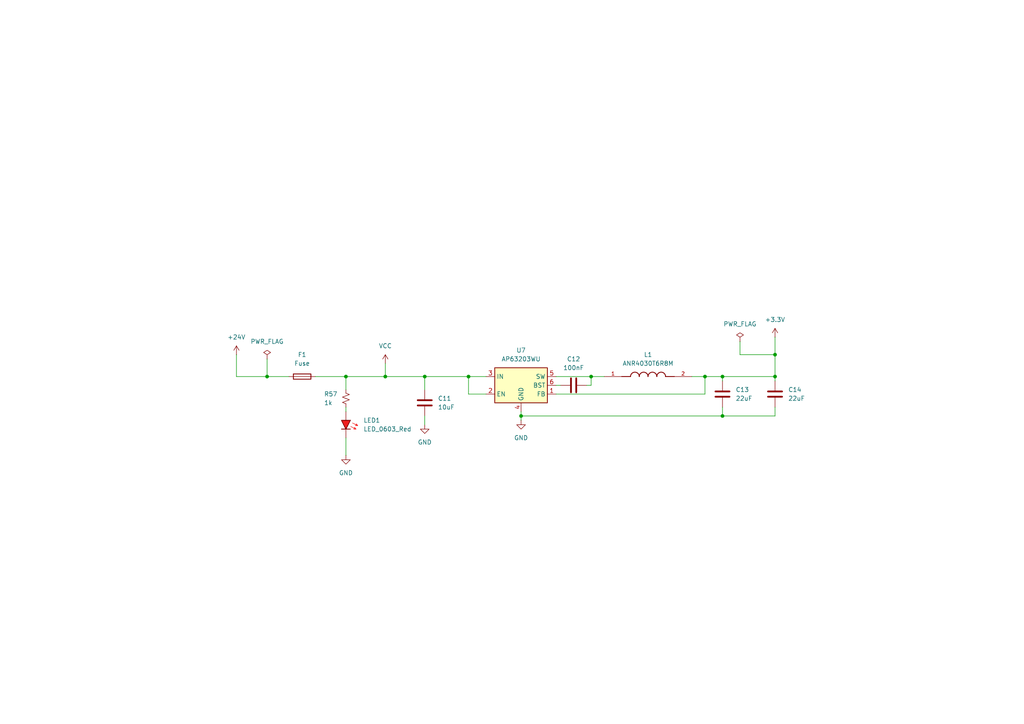
<source format=kicad_sch>
(kicad_sch
	(version 20250114)
	(generator "eeschema")
	(generator_version "9.0")
	(uuid "dd1d3460-8548-495b-9f16-98ec10e59d49")
	(paper "A4")
	(lib_symbols
		(symbol "Device:Fuse"
			(pin_numbers
				(hide yes)
			)
			(pin_names
				(offset 0)
			)
			(exclude_from_sim no)
			(in_bom yes)
			(on_board yes)
			(property "Reference" "F"
				(at 2.032 0 90)
				(effects
					(font
						(size 1.27 1.27)
					)
				)
			)
			(property "Value" "Fuse"
				(at -1.905 0 90)
				(effects
					(font
						(size 1.27 1.27)
					)
				)
			)
			(property "Footprint" ""
				(at -1.778 0 90)
				(effects
					(font
						(size 1.27 1.27)
					)
					(hide yes)
				)
			)
			(property "Datasheet" "~"
				(at 0 0 0)
				(effects
					(font
						(size 1.27 1.27)
					)
					(hide yes)
				)
			)
			(property "Description" "Fuse"
				(at 0 0 0)
				(effects
					(font
						(size 1.27 1.27)
					)
					(hide yes)
				)
			)
			(property "ki_keywords" "fuse"
				(at 0 0 0)
				(effects
					(font
						(size 1.27 1.27)
					)
					(hide yes)
				)
			)
			(property "ki_fp_filters" "*Fuse*"
				(at 0 0 0)
				(effects
					(font
						(size 1.27 1.27)
					)
					(hide yes)
				)
			)
			(symbol "Fuse_0_1"
				(rectangle
					(start -0.762 -2.54)
					(end 0.762 2.54)
					(stroke
						(width 0.254)
						(type default)
					)
					(fill
						(type none)
					)
				)
				(polyline
					(pts
						(xy 0 2.54) (xy 0 -2.54)
					)
					(stroke
						(width 0)
						(type default)
					)
					(fill
						(type none)
					)
				)
			)
			(symbol "Fuse_1_1"
				(pin passive line
					(at 0 3.81 270)
					(length 1.27)
					(name "~"
						(effects
							(font
								(size 1.27 1.27)
							)
						)
					)
					(number "1"
						(effects
							(font
								(size 1.27 1.27)
							)
						)
					)
				)
				(pin passive line
					(at 0 -3.81 90)
					(length 1.27)
					(name "~"
						(effects
							(font
								(size 1.27 1.27)
							)
						)
					)
					(number "2"
						(effects
							(font
								(size 1.27 1.27)
							)
						)
					)
				)
			)
			(embedded_fonts no)
		)
		(symbol "NR6028T4R7M:NR6028T4R7M"
			(pin_names
				(offset 1.016)
			)
			(exclude_from_sim no)
			(in_bom yes)
			(on_board yes)
			(property "Reference" "L"
				(at -5.08 2.54 0)
				(effects
					(font
						(size 1.27 1.27)
					)
					(justify left bottom)
				)
			)
			(property "Value" "NR6028T4R7M"
				(at -5.08 -2.54 0)
				(effects
					(font
						(size 1.27 1.27)
					)
					(justify left bottom)
				)
			)
			(property "Footprint" "NR6028T4R7M:IND_NR6028T4R7M"
				(at 0 0 0)
				(effects
					(font
						(size 1.27 1.27)
					)
					(justify bottom)
					(hide yes)
				)
			)
			(property "Datasheet" ""
				(at 0 0 0)
				(effects
					(font
						(size 1.27 1.27)
					)
					(hide yes)
				)
			)
			(property "Description" ""
				(at 0 0 0)
				(effects
					(font
						(size 1.27 1.27)
					)
					(hide yes)
				)
			)
			(property "MF" "Taiyo Yuden"
				(at 0 0 0)
				(effects
					(font
						(size 1.27 1.27)
					)
					(justify bottom)
					(hide yes)
				)
			)
			(property "Description_1" "4.7 µH Semi-Shielded Drum Core, Wirewound Inductor 3 A 40.3mOhm Max Nonstandard"
				(at 0 0 0)
				(effects
					(font
						(size 1.27 1.27)
					)
					(justify bottom)
					(hide yes)
				)
			)
			(property "Package" "Nonstandard Taiyo Yuden"
				(at 0 0 0)
				(effects
					(font
						(size 1.27 1.27)
					)
					(justify bottom)
					(hide yes)
				)
			)
			(property "Price" "None"
				(at 0 0 0)
				(effects
					(font
						(size 1.27 1.27)
					)
					(justify bottom)
					(hide yes)
				)
			)
			(property "Check_prices" "https://www.snapeda.com/parts/NR6028T4R7M/Taiyo+Yuden/view-part/?ref=eda"
				(at 0 0 0)
				(effects
					(font
						(size 1.27 1.27)
					)
					(justify bottom)
					(hide yes)
				)
			)
			(property "STANDARD" "Manufacturer Recommendation"
				(at 0 0 0)
				(effects
					(font
						(size 1.27 1.27)
					)
					(justify bottom)
					(hide yes)
				)
			)
			(property "SnapEDA_Link" "https://www.snapeda.com/parts/NR6028T4R7M/Taiyo+Yuden/view-part/?ref=snap"
				(at 0 0 0)
				(effects
					(font
						(size 1.27 1.27)
					)
					(justify bottom)
					(hide yes)
				)
			)
			(property "MP" "NR6028T4R7M"
				(at 0 0 0)
				(effects
					(font
						(size 1.27 1.27)
					)
					(justify bottom)
					(hide yes)
				)
			)
			(property "Availability" "In Stock"
				(at 0 0 0)
				(effects
					(font
						(size 1.27 1.27)
					)
					(justify bottom)
					(hide yes)
				)
			)
			(property "MANUFACTURER" "Taiyo Yuden"
				(at 0 0 0)
				(effects
					(font
						(size 1.27 1.27)
					)
					(justify bottom)
					(hide yes)
				)
			)
			(symbol "NR6028T4R7M_0_0"
				(polyline
					(pts
						(xy -5.08 0) (xy -7.62 0)
					)
					(stroke
						(width 0.254)
						(type default)
					)
					(fill
						(type none)
					)
				)
				(arc
					(start -5.08 0)
					(mid -3.81 1.2645)
					(end -2.54 0)
					(stroke
						(width 0.254)
						(type default)
					)
					(fill
						(type none)
					)
				)
				(arc
					(start -2.54 0)
					(mid -1.27 1.2645)
					(end 0 0)
					(stroke
						(width 0.254)
						(type default)
					)
					(fill
						(type none)
					)
				)
				(arc
					(start 0 0)
					(mid 1.27 1.2645)
					(end 2.54 0)
					(stroke
						(width 0.254)
						(type default)
					)
					(fill
						(type none)
					)
				)
				(arc
					(start 2.54 0)
					(mid 3.81 1.2645)
					(end 5.08 0)
					(stroke
						(width 0.254)
						(type default)
					)
					(fill
						(type none)
					)
				)
				(polyline
					(pts
						(xy 5.08 0) (xy 7.62 0)
					)
					(stroke
						(width 0.254)
						(type default)
					)
					(fill
						(type none)
					)
				)
				(pin passive line
					(at -12.7 0 0)
					(length 5.08)
					(name "~"
						(effects
							(font
								(size 1.016 1.016)
							)
						)
					)
					(number "1"
						(effects
							(font
								(size 1.016 1.016)
							)
						)
					)
				)
				(pin passive line
					(at 12.7 0 180)
					(length 5.08)
					(name "~"
						(effects
							(font
								(size 1.016 1.016)
							)
						)
					)
					(number "2"
						(effects
							(font
								(size 1.016 1.016)
							)
						)
					)
				)
			)
			(embedded_fonts no)
		)
		(symbol "PCM_4ms_Power-symbol:PWR_FLAG"
			(power)
			(pin_numbers
				(hide yes)
			)
			(pin_names
				(offset 0)
				(hide yes)
			)
			(exclude_from_sim no)
			(in_bom yes)
			(on_board yes)
			(property "Reference" "#FLG"
				(at 0 1.905 0)
				(effects
					(font
						(size 1.27 1.27)
					)
					(hide yes)
				)
			)
			(property "Value" "PWR_FLAG"
				(at 0 3.81 0)
				(effects
					(font
						(size 1.27 1.27)
					)
				)
			)
			(property "Footprint" ""
				(at 0 0 0)
				(effects
					(font
						(size 1.27 1.27)
					)
					(hide yes)
				)
			)
			(property "Datasheet" ""
				(at 0 0 0)
				(effects
					(font
						(size 1.27 1.27)
					)
					(hide yes)
				)
			)
			(property "Description" ""
				(at 0 0 0)
				(effects
					(font
						(size 1.27 1.27)
					)
					(hide yes)
				)
			)
			(symbol "PWR_FLAG_0_0"
				(pin power_out line
					(at 0 0 90)
					(length 0)
					(name "pwr"
						(effects
							(font
								(size 1.27 1.27)
							)
						)
					)
					(number "1"
						(effects
							(font
								(size 1.27 1.27)
							)
						)
					)
				)
			)
			(symbol "PWR_FLAG_0_1"
				(polyline
					(pts
						(xy 0 0) (xy 0 1.27) (xy -1.016 1.905) (xy 0 2.54) (xy 1.016 1.905) (xy 0 1.27)
					)
					(stroke
						(width 0)
						(type default)
					)
					(fill
						(type none)
					)
				)
			)
			(embedded_fonts no)
		)
		(symbol "PCM_Capacitor_AKL:C_0603"
			(pin_numbers
				(hide yes)
			)
			(pin_names
				(offset 0.254)
			)
			(exclude_from_sim no)
			(in_bom yes)
			(on_board yes)
			(property "Reference" "C"
				(at 0.635 2.54 0)
				(effects
					(font
						(size 1.27 1.27)
					)
					(justify left)
				)
			)
			(property "Value" "C_0603"
				(at 0.635 -2.54 0)
				(effects
					(font
						(size 1.27 1.27)
					)
					(justify left)
				)
			)
			(property "Footprint" "PCM_Capacitor_SMD_AKL:C_0603_1608Metric"
				(at 0.9652 -3.81 0)
				(effects
					(font
						(size 1.27 1.27)
					)
					(hide yes)
				)
			)
			(property "Datasheet" "~"
				(at 0 0 0)
				(effects
					(font
						(size 1.27 1.27)
					)
					(hide yes)
				)
			)
			(property "Description" "SMD 0603 MLCC capacitor, Alternate KiCad Library"
				(at 0 0 0)
				(effects
					(font
						(size 1.27 1.27)
					)
					(hide yes)
				)
			)
			(property "ki_keywords" "cap capacitor ceramic chip mlcc smd 0603"
				(at 0 0 0)
				(effects
					(font
						(size 1.27 1.27)
					)
					(hide yes)
				)
			)
			(property "ki_fp_filters" "C_*"
				(at 0 0 0)
				(effects
					(font
						(size 1.27 1.27)
					)
					(hide yes)
				)
			)
			(symbol "C_0603_0_1"
				(polyline
					(pts
						(xy -2.032 0.762) (xy 2.032 0.762)
					)
					(stroke
						(width 0.508)
						(type default)
					)
					(fill
						(type none)
					)
				)
				(polyline
					(pts
						(xy -2.032 -0.762) (xy 2.032 -0.762)
					)
					(stroke
						(width 0.508)
						(type default)
					)
					(fill
						(type none)
					)
				)
			)
			(symbol "C_0603_0_2"
				(polyline
					(pts
						(xy -2.54 -2.54) (xy -0.381 -0.381)
					)
					(stroke
						(width 0)
						(type default)
					)
					(fill
						(type none)
					)
				)
				(polyline
					(pts
						(xy -0.508 -0.508) (xy -1.651 0.635)
					)
					(stroke
						(width 0.508)
						(type default)
					)
					(fill
						(type none)
					)
				)
				(polyline
					(pts
						(xy -0.508 -0.508) (xy 0.635 -1.651)
					)
					(stroke
						(width 0.508)
						(type default)
					)
					(fill
						(type none)
					)
				)
				(polyline
					(pts
						(xy 0.381 0.381) (xy 2.54 2.54)
					)
					(stroke
						(width 0)
						(type default)
					)
					(fill
						(type none)
					)
				)
				(polyline
					(pts
						(xy 0.508 0.508) (xy -0.635 1.651)
					)
					(stroke
						(width 0.508)
						(type default)
					)
					(fill
						(type none)
					)
				)
				(polyline
					(pts
						(xy 0.508 0.508) (xy 1.651 -0.635)
					)
					(stroke
						(width 0.508)
						(type default)
					)
					(fill
						(type none)
					)
				)
			)
			(symbol "C_0603_1_1"
				(pin passive line
					(at 0 3.81 270)
					(length 2.794)
					(name "~"
						(effects
							(font
								(size 1.27 1.27)
							)
						)
					)
					(number "1"
						(effects
							(font
								(size 1.27 1.27)
							)
						)
					)
				)
				(pin passive line
					(at 0 -3.81 90)
					(length 2.794)
					(name "~"
						(effects
							(font
								(size 1.27 1.27)
							)
						)
					)
					(number "2"
						(effects
							(font
								(size 1.27 1.27)
							)
						)
					)
				)
			)
			(symbol "C_0603_1_2"
				(pin passive line
					(at -2.54 -2.54 90)
					(length 0)
					(name "~"
						(effects
							(font
								(size 1.27 1.27)
							)
						)
					)
					(number "2"
						(effects
							(font
								(size 1.27 1.27)
							)
						)
					)
				)
				(pin passive line
					(at 2.54 2.54 270)
					(length 0)
					(name "~"
						(effects
							(font
								(size 1.27 1.27)
							)
						)
					)
					(number "1"
						(effects
							(font
								(size 1.27 1.27)
							)
						)
					)
				)
			)
			(embedded_fonts no)
		)
		(symbol "PCM_LED_AKL:LED_0603_Red"
			(pin_numbers
				(hide yes)
			)
			(pin_names
				(offset 1.016)
				(hide yes)
			)
			(exclude_from_sim no)
			(in_bom yes)
			(on_board yes)
			(property "Reference" "LED"
				(at 0 7.62 0)
				(effects
					(font
						(size 1.27 1.27)
					)
				)
			)
			(property "Value" "LED_0603_Red"
				(at 0 5.08 0)
				(effects
					(font
						(size 1.27 1.27)
					)
				)
			)
			(property "Footprint" "PCM_LED_SMD_AKL:LED_0603_1608Metric"
				(at 0 0 0)
				(effects
					(font
						(size 1.27 1.27)
					)
					(hide yes)
				)
			)
			(property "Datasheet" "~"
				(at 0 0 0)
				(effects
					(font
						(size 1.27 1.27)
					)
					(hide yes)
				)
			)
			(property "Description" "Red SMD LED, 0603, Alternate KiCad Library"
				(at 0 0 0)
				(effects
					(font
						(size 1.27 1.27)
					)
					(hide yes)
				)
			)
			(property "ki_keywords" "red LED diode generic smd 0603"
				(at 0 0 0)
				(effects
					(font
						(size 1.27 1.27)
					)
					(hide yes)
				)
			)
			(property "ki_fp_filters" "LED* LED_SMD:* LED_THT:*"
				(at 0 0 0)
				(effects
					(font
						(size 1.27 1.27)
					)
					(hide yes)
				)
			)
			(symbol "LED_0603_Red_0_1"
				(polyline
					(pts
						(xy -1.27 1.27) (xy -1.27 -1.27) (xy 1.27 0) (xy -1.27 1.27)
					)
					(stroke
						(width 0.254)
						(type default)
					)
					(fill
						(type color)
						(color 240 30 30 1)
					)
				)
				(polyline
					(pts
						(xy -0.508 1.905) (xy 0.254 3.429)
					)
					(stroke
						(width 0.1524)
						(type default)
						(color 240 30 30 1)
					)
					(fill
						(type none)
					)
				)
				(polyline
					(pts
						(xy 0.254 2.794) (xy -0.254 3.048) (xy 0.254 3.429) (xy 0.254 2.794)
					)
					(stroke
						(width 0)
						(type solid)
						(color 240 30 30 1)
					)
					(fill
						(type outline)
					)
				)
				(polyline
					(pts
						(xy 0.508 1.397) (xy 1.27 2.921)
					)
					(stroke
						(width 0.1524)
						(type default)
						(color 240 30 30 1)
					)
					(fill
						(type none)
					)
				)
				(polyline
					(pts
						(xy 1.27 2.286) (xy 0.762 2.54) (xy 1.27 2.921) (xy 1.27 2.286)
					)
					(stroke
						(width 0.1524)
						(type default)
						(color 240 30 30 1)
					)
					(fill
						(type outline)
					)
				)
				(polyline
					(pts
						(xy 1.27 1.27) (xy 1.27 -1.27)
					)
					(stroke
						(width 0.254)
						(type default)
					)
					(fill
						(type none)
					)
				)
			)
			(symbol "LED_0603_Red_0_2"
				(polyline
					(pts
						(xy -2.54 -2.54) (xy -0.889 -0.889)
					)
					(stroke
						(width 0)
						(type default)
					)
					(fill
						(type none)
					)
				)
				(polyline
					(pts
						(xy -1.651 0.889) (xy -2.159 2.413)
					)
					(stroke
						(width 0)
						(type default)
						(color 240 30 30 1)
					)
					(fill
						(type none)
					)
				)
				(polyline
					(pts
						(xy -0.889 -0.889) (xy -1.778 0) (xy 0.889 0.889) (xy 0 -1.778) (xy -0.889 -0.889)
					)
					(stroke
						(width 0.254)
						(type default)
					)
					(fill
						(type color)
						(color 240 30 30 1)
					)
				)
				(polyline
					(pts
						(xy -0.508 1.27) (xy -1.016 2.794)
					)
					(stroke
						(width 0)
						(type default)
						(color 240 30 30 1)
					)
					(fill
						(type none)
					)
				)
				(polyline
					(pts
						(xy 0 1.778) (xy 1.778 0)
					)
					(stroke
						(width 0.254)
						(type default)
					)
					(fill
						(type none)
					)
				)
				(polyline
					(pts
						(xy 0.889 0.889) (xy 2.54 2.54)
					)
					(stroke
						(width 0)
						(type default)
					)
					(fill
						(type none)
					)
				)
			)
			(symbol "LED_0603_Red_1_1"
				(pin passive line
					(at -3.81 0 0)
					(length 2.54)
					(name "A"
						(effects
							(font
								(size 1.27 1.27)
							)
						)
					)
					(number "2"
						(effects
							(font
								(size 1.27 1.27)
							)
						)
					)
				)
				(pin passive line
					(at 3.81 0 180)
					(length 2.54)
					(name "K"
						(effects
							(font
								(size 1.27 1.27)
							)
						)
					)
					(number "1"
						(effects
							(font
								(size 1.27 1.27)
							)
						)
					)
				)
			)
			(symbol "LED_0603_Red_1_2"
				(polyline
					(pts
						(xy -2.159 2.413) (xy -2.286 1.778) (xy -1.6764 1.9812) (xy -2.159 2.413)
					)
					(stroke
						(width 0)
						(type default)
						(color 240 30 30 1)
					)
					(fill
						(type outline)
					)
				)
				(polyline
					(pts
						(xy -1.016 2.794) (xy -1.143 2.159) (xy -0.5334 2.3622) (xy -1.016 2.794)
					)
					(stroke
						(width 0)
						(type default)
						(color 240 30 30 1)
					)
					(fill
						(type outline)
					)
				)
				(pin passive line
					(at -2.54 -2.54 0)
					(length 0)
					(name "A"
						(effects
							(font
								(size 1.27 1.27)
							)
						)
					)
					(number "2"
						(effects
							(font
								(size 1.27 1.27)
							)
						)
					)
				)
				(pin passive line
					(at 2.54 2.54 180)
					(length 0)
					(name "K"
						(effects
							(font
								(size 1.27 1.27)
							)
						)
					)
					(number "1"
						(effects
							(font
								(size 1.27 1.27)
							)
						)
					)
				)
			)
			(embedded_fonts no)
		)
		(symbol "PCM_SparkFun-Resistor:4.7k_0603"
			(pin_numbers
				(hide yes)
			)
			(pin_names
				(offset 0)
			)
			(exclude_from_sim no)
			(in_bom yes)
			(on_board yes)
			(property "Reference" "R"
				(at 0 -2.54 0)
				(effects
					(font
						(size 1.27 1.27)
					)
				)
			)
			(property "Value" "4.7k"
				(at 0 2.54 0)
				(effects
					(font
						(size 1.27 1.27)
					)
				)
			)
			(property "Footprint" "PCM_SparkFun-Resistor:R_0603_1608Metric"
				(at 0 -4.318 0)
				(effects
					(font
						(size 1.27 1.27)
					)
					(hide yes)
				)
			)
			(property "Datasheet" "https://www.vishay.com/docs/20035/dcrcwe3.pdf"
				(at 0 -8.89 0)
				(effects
					(font
						(size 1.27 1.27)
					)
					(hide yes)
				)
			)
			(property "Description" "Resistor"
				(at 0 -11.43 0)
				(effects
					(font
						(size 1.27 1.27)
					)
					(hide yes)
				)
			)
			(property "PROD_ID" "RES-07857"
				(at 0 -6.604 0)
				(effects
					(font
						(size 1.27 1.27)
					)
					(hide yes)
				)
			)
			(property "ki_keywords" "SparkFun R res resistor"
				(at 0 0 0)
				(effects
					(font
						(size 1.27 1.27)
					)
					(hide yes)
				)
			)
			(property "ki_fp_filters" "R_*"
				(at 0 0 0)
				(effects
					(font
						(size 1.27 1.27)
					)
					(hide yes)
				)
			)
			(symbol "4.7k_0603_0_1"
				(polyline
					(pts
						(xy -1.524 0) (xy -1.143 1.016) (xy -0.762 0) (xy -0.381 -1.016) (xy 0 0)
					)
					(stroke
						(width 0)
						(type default)
					)
					(fill
						(type none)
					)
				)
				(polyline
					(pts
						(xy 0 0) (xy 0.381 1.016) (xy 0.762 0) (xy 1.143 -1.016) (xy 1.524 0)
					)
					(stroke
						(width 0)
						(type default)
					)
					(fill
						(type none)
					)
				)
			)
			(symbol "4.7k_0603_1_1"
				(pin passive line
					(at -2.54 0 0)
					(length 1.016)
					(name "~"
						(effects
							(font
								(size 1.27 1.27)
							)
						)
					)
					(number "1"
						(effects
							(font
								(size 1.27 1.27)
							)
						)
					)
				)
				(pin passive line
					(at 2.54 0 180)
					(length 1.016)
					(name "~"
						(effects
							(font
								(size 1.27 1.27)
							)
						)
					)
					(number "2"
						(effects
							(font
								(size 1.27 1.27)
							)
						)
					)
				)
			)
			(embedded_fonts no)
		)
		(symbol "Regulator_Switching:AP63203WU"
			(exclude_from_sim no)
			(in_bom yes)
			(on_board yes)
			(property "Reference" "U"
				(at -7.62 6.35 0)
				(effects
					(font
						(size 1.27 1.27)
					)
				)
			)
			(property "Value" "AP63203WU"
				(at 2.54 6.35 0)
				(effects
					(font
						(size 1.27 1.27)
					)
				)
			)
			(property "Footprint" "Package_TO_SOT_SMD:TSOT-23-6"
				(at 0 -22.86 0)
				(effects
					(font
						(size 1.27 1.27)
					)
					(hide yes)
				)
			)
			(property "Datasheet" "https://www.diodes.com/assets/Datasheets/AP63200-AP63201-AP63203-AP63205.pdf"
				(at 0 0 0)
				(effects
					(font
						(size 1.27 1.27)
					)
					(hide yes)
				)
			)
			(property "Description" "2A, 1.1MHz Buck DC/DC Converter, fixed 3.3V output voltage, TSOT-23-6"
				(at 0 0 0)
				(effects
					(font
						(size 1.27 1.27)
					)
					(hide yes)
				)
			)
			(property "ki_keywords" "2A Buck DC/DC"
				(at 0 0 0)
				(effects
					(font
						(size 1.27 1.27)
					)
					(hide yes)
				)
			)
			(property "ki_fp_filters" "TSOT?23*"
				(at 0 0 0)
				(effects
					(font
						(size 1.27 1.27)
					)
					(hide yes)
				)
			)
			(symbol "AP63203WU_0_1"
				(rectangle
					(start -7.62 5.08)
					(end 7.62 -5.08)
					(stroke
						(width 0.254)
						(type default)
					)
					(fill
						(type background)
					)
				)
			)
			(symbol "AP63203WU_1_1"
				(pin power_in line
					(at -10.16 2.54 0)
					(length 2.54)
					(name "IN"
						(effects
							(font
								(size 1.27 1.27)
							)
						)
					)
					(number "3"
						(effects
							(font
								(size 1.27 1.27)
							)
						)
					)
				)
				(pin input line
					(at -10.16 -2.54 0)
					(length 2.54)
					(name "EN"
						(effects
							(font
								(size 1.27 1.27)
							)
						)
					)
					(number "2"
						(effects
							(font
								(size 1.27 1.27)
							)
						)
					)
				)
				(pin power_in line
					(at 0 -7.62 90)
					(length 2.54)
					(name "GND"
						(effects
							(font
								(size 1.27 1.27)
							)
						)
					)
					(number "4"
						(effects
							(font
								(size 1.27 1.27)
							)
						)
					)
				)
				(pin output line
					(at 10.16 2.54 180)
					(length 2.54)
					(name "SW"
						(effects
							(font
								(size 1.27 1.27)
							)
						)
					)
					(number "5"
						(effects
							(font
								(size 1.27 1.27)
							)
						)
					)
				)
				(pin passive line
					(at 10.16 0 180)
					(length 2.54)
					(name "BST"
						(effects
							(font
								(size 1.27 1.27)
							)
						)
					)
					(number "6"
						(effects
							(font
								(size 1.27 1.27)
							)
						)
					)
				)
				(pin input line
					(at 10.16 -2.54 180)
					(length 2.54)
					(name "FB"
						(effects
							(font
								(size 1.27 1.27)
							)
						)
					)
					(number "1"
						(effects
							(font
								(size 1.27 1.27)
							)
						)
					)
				)
			)
			(embedded_fonts no)
		)
		(symbol "power:+24V"
			(power)
			(pin_numbers
				(hide yes)
			)
			(pin_names
				(offset 0)
				(hide yes)
			)
			(exclude_from_sim no)
			(in_bom yes)
			(on_board yes)
			(property "Reference" "#PWR"
				(at 0 -3.81 0)
				(effects
					(font
						(size 1.27 1.27)
					)
					(hide yes)
				)
			)
			(property "Value" "+24V"
				(at 0 3.556 0)
				(effects
					(font
						(size 1.27 1.27)
					)
				)
			)
			(property "Footprint" ""
				(at 0 0 0)
				(effects
					(font
						(size 1.27 1.27)
					)
					(hide yes)
				)
			)
			(property "Datasheet" ""
				(at 0 0 0)
				(effects
					(font
						(size 1.27 1.27)
					)
					(hide yes)
				)
			)
			(property "Description" "Power symbol creates a global label with name \"+24V\""
				(at 0 0 0)
				(effects
					(font
						(size 1.27 1.27)
					)
					(hide yes)
				)
			)
			(property "ki_keywords" "global power"
				(at 0 0 0)
				(effects
					(font
						(size 1.27 1.27)
					)
					(hide yes)
				)
			)
			(symbol "+24V_0_1"
				(polyline
					(pts
						(xy -0.762 1.27) (xy 0 2.54)
					)
					(stroke
						(width 0)
						(type default)
					)
					(fill
						(type none)
					)
				)
				(polyline
					(pts
						(xy 0 2.54) (xy 0.762 1.27)
					)
					(stroke
						(width 0)
						(type default)
					)
					(fill
						(type none)
					)
				)
				(polyline
					(pts
						(xy 0 0) (xy 0 2.54)
					)
					(stroke
						(width 0)
						(type default)
					)
					(fill
						(type none)
					)
				)
			)
			(symbol "+24V_1_1"
				(pin power_in line
					(at 0 0 90)
					(length 0)
					(name "~"
						(effects
							(font
								(size 1.27 1.27)
							)
						)
					)
					(number "1"
						(effects
							(font
								(size 1.27 1.27)
							)
						)
					)
				)
			)
			(embedded_fonts no)
		)
		(symbol "power:+3.3V"
			(power)
			(pin_numbers
				(hide yes)
			)
			(pin_names
				(offset 0)
				(hide yes)
			)
			(exclude_from_sim no)
			(in_bom yes)
			(on_board yes)
			(property "Reference" "#PWR"
				(at 0 -3.81 0)
				(effects
					(font
						(size 1.27 1.27)
					)
					(hide yes)
				)
			)
			(property "Value" "+3.3V"
				(at 0 3.556 0)
				(effects
					(font
						(size 1.27 1.27)
					)
				)
			)
			(property "Footprint" ""
				(at 0 0 0)
				(effects
					(font
						(size 1.27 1.27)
					)
					(hide yes)
				)
			)
			(property "Datasheet" ""
				(at 0 0 0)
				(effects
					(font
						(size 1.27 1.27)
					)
					(hide yes)
				)
			)
			(property "Description" "Power symbol creates a global label with name \"+3.3V\""
				(at 0 0 0)
				(effects
					(font
						(size 1.27 1.27)
					)
					(hide yes)
				)
			)
			(property "ki_keywords" "global power"
				(at 0 0 0)
				(effects
					(font
						(size 1.27 1.27)
					)
					(hide yes)
				)
			)
			(symbol "+3.3V_0_1"
				(polyline
					(pts
						(xy -0.762 1.27) (xy 0 2.54)
					)
					(stroke
						(width 0)
						(type default)
					)
					(fill
						(type none)
					)
				)
				(polyline
					(pts
						(xy 0 2.54) (xy 0.762 1.27)
					)
					(stroke
						(width 0)
						(type default)
					)
					(fill
						(type none)
					)
				)
				(polyline
					(pts
						(xy 0 0) (xy 0 2.54)
					)
					(stroke
						(width 0)
						(type default)
					)
					(fill
						(type none)
					)
				)
			)
			(symbol "+3.3V_1_1"
				(pin power_in line
					(at 0 0 90)
					(length 0)
					(name "~"
						(effects
							(font
								(size 1.27 1.27)
							)
						)
					)
					(number "1"
						(effects
							(font
								(size 1.27 1.27)
							)
						)
					)
				)
			)
			(embedded_fonts no)
		)
		(symbol "power:GND"
			(power)
			(pin_numbers
				(hide yes)
			)
			(pin_names
				(offset 0)
				(hide yes)
			)
			(exclude_from_sim no)
			(in_bom yes)
			(on_board yes)
			(property "Reference" "#PWR"
				(at 0 -6.35 0)
				(effects
					(font
						(size 1.27 1.27)
					)
					(hide yes)
				)
			)
			(property "Value" "GND"
				(at 0 -3.81 0)
				(effects
					(font
						(size 1.27 1.27)
					)
				)
			)
			(property "Footprint" ""
				(at 0 0 0)
				(effects
					(font
						(size 1.27 1.27)
					)
					(hide yes)
				)
			)
			(property "Datasheet" ""
				(at 0 0 0)
				(effects
					(font
						(size 1.27 1.27)
					)
					(hide yes)
				)
			)
			(property "Description" "Power symbol creates a global label with name \"GND\" , ground"
				(at 0 0 0)
				(effects
					(font
						(size 1.27 1.27)
					)
					(hide yes)
				)
			)
			(property "ki_keywords" "global power"
				(at 0 0 0)
				(effects
					(font
						(size 1.27 1.27)
					)
					(hide yes)
				)
			)
			(symbol "GND_0_1"
				(polyline
					(pts
						(xy 0 0) (xy 0 -1.27) (xy 1.27 -1.27) (xy 0 -2.54) (xy -1.27 -1.27) (xy 0 -1.27)
					)
					(stroke
						(width 0)
						(type default)
					)
					(fill
						(type none)
					)
				)
			)
			(symbol "GND_1_1"
				(pin power_in line
					(at 0 0 270)
					(length 0)
					(name "~"
						(effects
							(font
								(size 1.27 1.27)
							)
						)
					)
					(number "1"
						(effects
							(font
								(size 1.27 1.27)
							)
						)
					)
				)
			)
			(embedded_fonts no)
		)
		(symbol "power:VCC"
			(power)
			(pin_numbers
				(hide yes)
			)
			(pin_names
				(offset 0)
				(hide yes)
			)
			(exclude_from_sim no)
			(in_bom yes)
			(on_board yes)
			(property "Reference" "#PWR"
				(at 0 -3.81 0)
				(effects
					(font
						(size 1.27 1.27)
					)
					(hide yes)
				)
			)
			(property "Value" "VCC"
				(at 0 3.556 0)
				(effects
					(font
						(size 1.27 1.27)
					)
				)
			)
			(property "Footprint" ""
				(at 0 0 0)
				(effects
					(font
						(size 1.27 1.27)
					)
					(hide yes)
				)
			)
			(property "Datasheet" ""
				(at 0 0 0)
				(effects
					(font
						(size 1.27 1.27)
					)
					(hide yes)
				)
			)
			(property "Description" "Power symbol creates a global label with name \"VCC\""
				(at 0 0 0)
				(effects
					(font
						(size 1.27 1.27)
					)
					(hide yes)
				)
			)
			(property "ki_keywords" "global power"
				(at 0 0 0)
				(effects
					(font
						(size 1.27 1.27)
					)
					(hide yes)
				)
			)
			(symbol "VCC_0_1"
				(polyline
					(pts
						(xy -0.762 1.27) (xy 0 2.54)
					)
					(stroke
						(width 0)
						(type default)
					)
					(fill
						(type none)
					)
				)
				(polyline
					(pts
						(xy 0 2.54) (xy 0.762 1.27)
					)
					(stroke
						(width 0)
						(type default)
					)
					(fill
						(type none)
					)
				)
				(polyline
					(pts
						(xy 0 0) (xy 0 2.54)
					)
					(stroke
						(width 0)
						(type default)
					)
					(fill
						(type none)
					)
				)
			)
			(symbol "VCC_1_1"
				(pin power_in line
					(at 0 0 90)
					(length 0)
					(name "~"
						(effects
							(font
								(size 1.27 1.27)
							)
						)
					)
					(number "1"
						(effects
							(font
								(size 1.27 1.27)
							)
						)
					)
				)
			)
			(embedded_fonts no)
		)
	)
	(junction
		(at 151.13 120.65)
		(diameter 0)
		(color 0 0 0 0)
		(uuid "118ae19b-59b2-45d2-bf07-73c6b265edb3")
	)
	(junction
		(at 204.47 109.22)
		(diameter 0)
		(color 0 0 0 0)
		(uuid "1d3d62ae-d73e-4ecf-bef6-0a545bba9678")
	)
	(junction
		(at 209.55 109.22)
		(diameter 0)
		(color 0 0 0 0)
		(uuid "3d637348-c095-458b-b717-eee5a64bc67f")
	)
	(junction
		(at 224.79 102.87)
		(diameter 0)
		(color 0 0 0 0)
		(uuid "424ddd21-56e4-48a7-b514-1b182a686545")
	)
	(junction
		(at 77.47 109.22)
		(diameter 0)
		(color 0 0 0 0)
		(uuid "5fca99f8-143b-4da3-ac7d-3aded9a96728")
	)
	(junction
		(at 123.19 109.22)
		(diameter 0)
		(color 0 0 0 0)
		(uuid "6ccf6a65-6c9e-4215-b7e0-9a7e9ce26c0e")
	)
	(junction
		(at 209.55 120.65)
		(diameter 0)
		(color 0 0 0 0)
		(uuid "76b5e508-2af0-45f3-9ab6-d85b8724c5cb")
	)
	(junction
		(at 171.45 109.22)
		(diameter 0)
		(color 0 0 0 0)
		(uuid "7a51f561-4b9b-4aab-bfff-81b8f3278f73")
	)
	(junction
		(at 100.33 109.22)
		(diameter 0)
		(color 0 0 0 0)
		(uuid "a8706e2c-519f-40f8-991d-fbd9fef55f8f")
	)
	(junction
		(at 135.89 109.22)
		(diameter 0)
		(color 0 0 0 0)
		(uuid "a8b1c352-0ff1-406b-82b8-4fd7d04eef10")
	)
	(junction
		(at 111.76 109.22)
		(diameter 0)
		(color 0 0 0 0)
		(uuid "e3cef662-822f-4b61-b7a5-6851a99d2914")
	)
	(junction
		(at 224.79 109.22)
		(diameter 0)
		(color 0 0 0 0)
		(uuid "f51072dd-b735-4ad9-9bf6-04194e6e330d")
	)
	(wire
		(pts
			(xy 111.76 109.22) (xy 123.19 109.22)
		)
		(stroke
			(width 0)
			(type default)
		)
		(uuid "013c0664-0585-463e-b425-52e8d57e8d14")
	)
	(wire
		(pts
			(xy 214.63 102.87) (xy 224.79 102.87)
		)
		(stroke
			(width 0)
			(type default)
		)
		(uuid "032cd967-8a21-47af-9bf4-0c4f23c16cee")
	)
	(wire
		(pts
			(xy 200.66 109.22) (xy 204.47 109.22)
		)
		(stroke
			(width 0)
			(type default)
		)
		(uuid "08b8d50b-ac8b-4872-93c5-973ea8e9ad8a")
	)
	(wire
		(pts
			(xy 214.63 99.06) (xy 214.63 102.87)
		)
		(stroke
			(width 0)
			(type default)
		)
		(uuid "0eb16682-8e5a-4479-b052-39ae19b42991")
	)
	(wire
		(pts
			(xy 140.97 114.3) (xy 135.89 114.3)
		)
		(stroke
			(width 0)
			(type default)
		)
		(uuid "104b7adf-85f0-4e0e-a51e-f1adddf40f54")
	)
	(wire
		(pts
			(xy 224.79 118.11) (xy 224.79 120.65)
		)
		(stroke
			(width 0)
			(type default)
		)
		(uuid "12611f51-ad08-4941-8825-5ed0896e0c76")
	)
	(wire
		(pts
			(xy 170.18 111.76) (xy 171.45 111.76)
		)
		(stroke
			(width 0)
			(type default)
		)
		(uuid "36518953-95f1-4474-9920-6c11c9c8f7f3")
	)
	(wire
		(pts
			(xy 161.29 114.3) (xy 204.47 114.3)
		)
		(stroke
			(width 0)
			(type default)
		)
		(uuid "3a29f668-b93d-4165-96db-1ca34aa14ff2")
	)
	(wire
		(pts
			(xy 224.79 102.87) (xy 224.79 109.22)
		)
		(stroke
			(width 0)
			(type default)
		)
		(uuid "44f33dc3-a68f-44a4-b656-de0e102f4c5c")
	)
	(wire
		(pts
			(xy 151.13 119.38) (xy 151.13 120.65)
		)
		(stroke
			(width 0)
			(type default)
		)
		(uuid "47555767-7a77-4404-8b3f-48b6c3faf990")
	)
	(wire
		(pts
			(xy 91.44 109.22) (xy 100.33 109.22)
		)
		(stroke
			(width 0)
			(type default)
		)
		(uuid "50eeccb1-ee1d-4742-af22-db30db2076c7")
	)
	(wire
		(pts
			(xy 224.79 120.65) (xy 209.55 120.65)
		)
		(stroke
			(width 0)
			(type default)
		)
		(uuid "513beb02-8d2a-4e61-8636-b2322d5a8e75")
	)
	(wire
		(pts
			(xy 68.58 102.87) (xy 68.58 109.22)
		)
		(stroke
			(width 0)
			(type default)
		)
		(uuid "5cc92c1b-15bf-48f0-ba7b-b42e98aaf4bc")
	)
	(wire
		(pts
			(xy 77.47 109.22) (xy 83.82 109.22)
		)
		(stroke
			(width 0)
			(type default)
		)
		(uuid "5cd9f0ed-088d-44bb-af11-121a2a439ffe")
	)
	(wire
		(pts
			(xy 161.29 109.22) (xy 171.45 109.22)
		)
		(stroke
			(width 0)
			(type default)
		)
		(uuid "5d5397bc-3107-44b2-8d0b-59d3ea3e950a")
	)
	(wire
		(pts
			(xy 171.45 111.76) (xy 171.45 109.22)
		)
		(stroke
			(width 0)
			(type default)
		)
		(uuid "5e7ff05b-c43d-47a3-b2ae-dc4fe644c752")
	)
	(wire
		(pts
			(xy 209.55 110.49) (xy 209.55 109.22)
		)
		(stroke
			(width 0)
			(type default)
		)
		(uuid "63a81745-1969-46e8-b2dc-5dbe6089b905")
	)
	(wire
		(pts
			(xy 151.13 120.65) (xy 151.13 121.92)
		)
		(stroke
			(width 0)
			(type default)
		)
		(uuid "65119b2d-a39c-46aa-8674-d853a12a05ac")
	)
	(wire
		(pts
			(xy 100.33 109.22) (xy 100.33 113.03)
		)
		(stroke
			(width 0)
			(type default)
		)
		(uuid "65aec14d-475a-4066-ac2b-b3a808179e92")
	)
	(wire
		(pts
			(xy 204.47 109.22) (xy 209.55 109.22)
		)
		(stroke
			(width 0)
			(type default)
		)
		(uuid "66f7dc52-39b8-44cf-896e-117a23a4f887")
	)
	(wire
		(pts
			(xy 77.47 104.14) (xy 77.47 109.22)
		)
		(stroke
			(width 0)
			(type default)
		)
		(uuid "6859441f-bf6e-4bf9-aa83-cd95383f69ba")
	)
	(wire
		(pts
			(xy 135.89 114.3) (xy 135.89 109.22)
		)
		(stroke
			(width 0)
			(type default)
		)
		(uuid "6c017180-5715-49f8-927e-3af6e8029ded")
	)
	(wire
		(pts
			(xy 224.79 109.22) (xy 209.55 109.22)
		)
		(stroke
			(width 0)
			(type default)
		)
		(uuid "6d5a54f2-6389-40a5-b842-ba4cf86f23ab")
	)
	(wire
		(pts
			(xy 123.19 109.22) (xy 123.19 113.03)
		)
		(stroke
			(width 0)
			(type default)
		)
		(uuid "7688fd25-13ad-4f5e-a480-64b3809e8336")
	)
	(wire
		(pts
			(xy 171.45 109.22) (xy 175.26 109.22)
		)
		(stroke
			(width 0)
			(type default)
		)
		(uuid "7a465ff1-7936-4774-a406-ee5b95049fdf")
	)
	(wire
		(pts
			(xy 161.29 111.76) (xy 162.56 111.76)
		)
		(stroke
			(width 0)
			(type default)
		)
		(uuid "7ecf8ead-cbfd-4db6-b12b-67fd12b6958f")
	)
	(wire
		(pts
			(xy 100.33 118.11) (xy 100.33 119.38)
		)
		(stroke
			(width 0)
			(type default)
		)
		(uuid "82250c64-6bba-42c7-b60b-118bbe02d121")
	)
	(wire
		(pts
			(xy 100.33 127) (xy 100.33 132.08)
		)
		(stroke
			(width 0)
			(type default)
		)
		(uuid "8458d33e-d212-48c6-88f8-5d59a947d8f6")
	)
	(wire
		(pts
			(xy 224.79 97.79) (xy 224.79 102.87)
		)
		(stroke
			(width 0)
			(type default)
		)
		(uuid "99d99d8d-86d0-4127-a2a4-4264e2ed445a")
	)
	(wire
		(pts
			(xy 224.79 110.49) (xy 224.79 109.22)
		)
		(stroke
			(width 0)
			(type default)
		)
		(uuid "a45ce21a-73b5-4583-bf08-5522f6fe55de")
	)
	(wire
		(pts
			(xy 123.19 120.65) (xy 123.19 123.19)
		)
		(stroke
			(width 0)
			(type default)
		)
		(uuid "c6ea284a-66c3-479f-9fd3-cf05e5597464")
	)
	(wire
		(pts
			(xy 123.19 109.22) (xy 135.89 109.22)
		)
		(stroke
			(width 0)
			(type default)
		)
		(uuid "c76ab912-35a2-4b44-9dbb-612d7f8d6553")
	)
	(wire
		(pts
			(xy 209.55 118.11) (xy 209.55 120.65)
		)
		(stroke
			(width 0)
			(type default)
		)
		(uuid "d42948d0-a7e2-445d-8cd5-e4be3cc41284")
	)
	(wire
		(pts
			(xy 68.58 109.22) (xy 77.47 109.22)
		)
		(stroke
			(width 0)
			(type default)
		)
		(uuid "d8f30acd-ae04-41fd-b50c-b843d41ede1b")
	)
	(wire
		(pts
			(xy 111.76 105.41) (xy 111.76 109.22)
		)
		(stroke
			(width 0)
			(type default)
		)
		(uuid "e444a0d7-4049-491d-b6ab-5aa4954c3e33")
	)
	(wire
		(pts
			(xy 135.89 109.22) (xy 140.97 109.22)
		)
		(stroke
			(width 0)
			(type default)
		)
		(uuid "e4f38ed0-865f-4c85-8c23-90832b9726b6")
	)
	(wire
		(pts
			(xy 151.13 120.65) (xy 209.55 120.65)
		)
		(stroke
			(width 0)
			(type default)
		)
		(uuid "e5b97cb4-bb8a-499e-aec3-6713d87f0e54")
	)
	(wire
		(pts
			(xy 100.33 109.22) (xy 111.76 109.22)
		)
		(stroke
			(width 0)
			(type default)
		)
		(uuid "f05c8a24-51c8-4762-882c-1034ff17e603")
	)
	(wire
		(pts
			(xy 204.47 114.3) (xy 204.47 109.22)
		)
		(stroke
			(width 0)
			(type default)
		)
		(uuid "ff2cb54f-aac6-4eda-bfad-90f7e9cd4548")
	)
	(symbol
		(lib_id "PCM_4ms_Power-symbol:PWR_FLAG")
		(at 77.47 104.14 0)
		(unit 1)
		(exclude_from_sim no)
		(in_bom yes)
		(on_board yes)
		(dnp no)
		(fields_autoplaced yes)
		(uuid "02ea4a67-cfc9-4c73-b8fd-dc35cd29ed83")
		(property "Reference" "#FLG02"
			(at 77.47 102.235 0)
			(effects
				(font
					(size 1.27 1.27)
				)
				(hide yes)
			)
		)
		(property "Value" "PWR_FLAG"
			(at 77.47 99.06 0)
			(effects
				(font
					(size 1.27 1.27)
				)
			)
		)
		(property "Footprint" ""
			(at 77.47 104.14 0)
			(effects
				(font
					(size 1.27 1.27)
				)
				(hide yes)
			)
		)
		(property "Datasheet" ""
			(at 77.47 104.14 0)
			(effects
				(font
					(size 1.27 1.27)
				)
				(hide yes)
			)
		)
		(property "Description" ""
			(at 77.47 104.14 0)
			(effects
				(font
					(size 1.27 1.27)
				)
				(hide yes)
			)
		)
		(pin "1"
			(uuid "5e215f31-468a-4d7e-b510-14b0700a3fcf")
		)
		(instances
			(project ""
				(path "/20dd9fa8-33e5-4e01-8b4a-8cb5828152c9/ef44eee8-cd41-4527-92e2-6c408c0d0d91/590e6e63-2d62-4ac0-9132-eafaa3d459f8"
					(reference "#FLG02")
					(unit 1)
				)
			)
		)
	)
	(symbol
		(lib_id "PCM_Capacitor_AKL:C_0603")
		(at 224.79 114.3 0)
		(unit 1)
		(exclude_from_sim no)
		(in_bom yes)
		(on_board yes)
		(dnp no)
		(fields_autoplaced yes)
		(uuid "3b3dcecd-f114-4234-b3c2-0777054e3ede")
		(property "Reference" "C14"
			(at 228.6 113.0299 0)
			(effects
				(font
					(size 1.27 1.27)
				)
				(justify left)
			)
		)
		(property "Value" "22uF"
			(at 228.6 115.5699 0)
			(effects
				(font
					(size 1.27 1.27)
				)
				(justify left)
			)
		)
		(property "Footprint" "PCM_Capacitor_SMD_AKL:C_1206_3216Metric"
			(at 225.7552 118.11 0)
			(effects
				(font
					(size 1.27 1.27)
				)
				(hide yes)
			)
		)
		(property "Datasheet" "~"
			(at 224.79 114.3 0)
			(effects
				(font
					(size 1.27 1.27)
				)
				(hide yes)
			)
		)
		(property "Description" "SMD 0603 MLCC capacitor, Alternate KiCad Library"
			(at 224.79 114.3 0)
			(effects
				(font
					(size 1.27 1.27)
				)
				(hide yes)
			)
		)
		(property "Voltaje " "10V"
			(at 224.79 114.3 0)
			(effects
				(font
					(size 1.27 1.27)
				)
				(hide yes)
			)
		)
		(property "LCSC" "C7472972"
			(at 224.79 114.3 0)
			(effects
				(font
					(size 1.27 1.27)
				)
				(hide yes)
			)
		)
		(pin "1"
			(uuid "303ad612-0a0a-4138-8ea1-d1a976c790fa")
		)
		(pin "2"
			(uuid "7389f2f9-bed3-4c63-b83b-95abce275391")
		)
		(instances
			(project "PLC4UNIPCB"
				(path "/20dd9fa8-33e5-4e01-8b4a-8cb5828152c9/ef44eee8-cd41-4527-92e2-6c408c0d0d91/590e6e63-2d62-4ac0-9132-eafaa3d459f8"
					(reference "C14")
					(unit 1)
				)
			)
		)
	)
	(symbol
		(lib_id "PCM_Capacitor_AKL:C_0603")
		(at 209.55 114.3 0)
		(unit 1)
		(exclude_from_sim no)
		(in_bom yes)
		(on_board yes)
		(dnp no)
		(uuid "3ff61152-cd3e-44ae-bcd0-c2924c7d22b5")
		(property "Reference" "C13"
			(at 213.36 113.0299 0)
			(effects
				(font
					(size 1.27 1.27)
				)
				(justify left)
			)
		)
		(property "Value" "22uF"
			(at 213.36 115.5699 0)
			(effects
				(font
					(size 1.27 1.27)
				)
				(justify left)
			)
		)
		(property "Footprint" "PCM_Capacitor_SMD_AKL:C_1206_3216Metric"
			(at 210.5152 118.11 0)
			(effects
				(font
					(size 1.27 1.27)
				)
				(hide yes)
			)
		)
		(property "Datasheet" "~"
			(at 209.55 114.3 0)
			(effects
				(font
					(size 1.27 1.27)
				)
				(hide yes)
			)
		)
		(property "Description" "SMD 0603 MLCC capacitor, Alternate KiCad Library"
			(at 209.55 114.3 0)
			(effects
				(font
					(size 1.27 1.27)
				)
				(hide yes)
			)
		)
		(property "Field5" ""
			(at 209.55 114.3 0)
			(effects
				(font
					(size 1.27 1.27)
				)
				(hide yes)
			)
		)
		(property "Voltaje" "16V"
			(at 209.55 114.3 0)
			(effects
				(font
					(size 1.27 1.27)
				)
				(hide yes)
			)
		)
		(property "LCSC" "C7472972"
			(at 209.55 114.3 0)
			(effects
				(font
					(size 1.27 1.27)
				)
				(hide yes)
			)
		)
		(pin "1"
			(uuid "e6764878-bb31-4af4-b9ac-9c921038678b")
		)
		(pin "2"
			(uuid "162abbeb-6f72-4c26-9286-6afc956d061f")
		)
		(instances
			(project "PLC4UNIPCB"
				(path "/20dd9fa8-33e5-4e01-8b4a-8cb5828152c9/ef44eee8-cd41-4527-92e2-6c408c0d0d91/590e6e63-2d62-4ac0-9132-eafaa3d459f8"
					(reference "C13")
					(unit 1)
				)
			)
		)
	)
	(symbol
		(lib_id "PCM_SparkFun-Resistor:4.7k_0603")
		(at 100.33 115.57 90)
		(unit 1)
		(exclude_from_sim no)
		(in_bom yes)
		(on_board yes)
		(dnp no)
		(uuid "5149907d-e018-488e-b5d4-34619a416eac")
		(property "Reference" "R57"
			(at 93.98 114.3 90)
			(effects
				(font
					(size 1.27 1.27)
				)
				(justify right)
			)
		)
		(property "Value" "1k"
			(at 93.98 116.84 90)
			(effects
				(font
					(size 1.27 1.27)
				)
				(justify right)
			)
		)
		(property "Footprint" "PCM_SparkFun-Resistor:R_0603_1608Metric"
			(at 104.648 115.57 0)
			(effects
				(font
					(size 1.27 1.27)
				)
				(hide yes)
			)
		)
		(property "Datasheet" "https://www.vishay.com/docs/20035/dcrcwe3.pdf"
			(at 109.22 115.57 0)
			(effects
				(font
					(size 1.27 1.27)
				)
				(hide yes)
			)
		)
		(property "Description" "Resistor"
			(at 111.76 115.57 0)
			(effects
				(font
					(size 1.27 1.27)
				)
				(hide yes)
			)
		)
		(property "PROD_ID" "RES-07857"
			(at 106.934 115.57 0)
			(effects
				(font
					(size 1.27 1.27)
				)
				(hide yes)
			)
		)
		(property "LCSC" "C99782"
			(at 100.33 115.57 90)
			(effects
				(font
					(size 1.27 1.27)
				)
				(hide yes)
			)
		)
		(pin "2"
			(uuid "db1ac387-f193-4b97-a203-879e0b9e1050")
		)
		(pin "1"
			(uuid "b9633976-c237-4f54-949a-f9b5d87678dc")
		)
		(instances
			(project "PLC4UNIPCB"
				(path "/20dd9fa8-33e5-4e01-8b4a-8cb5828152c9/ef44eee8-cd41-4527-92e2-6c408c0d0d91/590e6e63-2d62-4ac0-9132-eafaa3d459f8"
					(reference "R57")
					(unit 1)
				)
			)
		)
	)
	(symbol
		(lib_id "PCM_4ms_Power-symbol:PWR_FLAG")
		(at 214.63 99.06 0)
		(unit 1)
		(exclude_from_sim no)
		(in_bom yes)
		(on_board yes)
		(dnp no)
		(fields_autoplaced yes)
		(uuid "583133c3-002a-4a97-a722-65d74eea3c78")
		(property "Reference" "#FLG03"
			(at 214.63 97.155 0)
			(effects
				(font
					(size 1.27 1.27)
				)
				(hide yes)
			)
		)
		(property "Value" "PWR_FLAG"
			(at 214.63 93.98 0)
			(effects
				(font
					(size 1.27 1.27)
				)
			)
		)
		(property "Footprint" ""
			(at 214.63 99.06 0)
			(effects
				(font
					(size 1.27 1.27)
				)
				(hide yes)
			)
		)
		(property "Datasheet" ""
			(at 214.63 99.06 0)
			(effects
				(font
					(size 1.27 1.27)
				)
				(hide yes)
			)
		)
		(property "Description" ""
			(at 214.63 99.06 0)
			(effects
				(font
					(size 1.27 1.27)
				)
				(hide yes)
			)
		)
		(pin "1"
			(uuid "365e3ccc-3fa4-4370-8945-41f963572932")
		)
		(instances
			(project "PLC4UNIPCB"
				(path "/20dd9fa8-33e5-4e01-8b4a-8cb5828152c9/ef44eee8-cd41-4527-92e2-6c408c0d0d91/590e6e63-2d62-4ac0-9132-eafaa3d459f8"
					(reference "#FLG03")
					(unit 1)
				)
			)
		)
	)
	(symbol
		(lib_id "NR6028T4R7M:NR6028T4R7M")
		(at 187.96 109.22 0)
		(unit 1)
		(exclude_from_sim no)
		(in_bom yes)
		(on_board yes)
		(dnp no)
		(fields_autoplaced yes)
		(uuid "656a6ba2-44ff-4d3f-93fc-72a6205de4ae")
		(property "Reference" "L1"
			(at 187.96 102.87 0)
			(effects
				(font
					(size 1.27 1.27)
				)
			)
		)
		(property "Value" "ANR4030T6R8M"
			(at 187.96 105.41 0)
			(effects
				(font
					(size 1.27 1.27)
				)
			)
		)
		(property "Footprint" "Inductor_SMD:L_APV_ANR4030"
			(at 187.96 109.22 0)
			(effects
				(font
					(size 1.27 1.27)
				)
				(justify bottom)
				(hide yes)
			)
		)
		(property "Datasheet" ""
			(at 187.96 109.22 0)
			(effects
				(font
					(size 1.27 1.27)
				)
				(hide yes)
			)
		)
		(property "Description" ""
			(at 187.96 109.22 0)
			(effects
				(font
					(size 1.27 1.27)
				)
				(hide yes)
			)
		)
		(property "MF" "Taiyo Yuden"
			(at 187.96 109.22 0)
			(effects
				(font
					(size 1.27 1.27)
				)
				(justify bottom)
				(hide yes)
			)
		)
		(property "Description_1" "4.7 µH Semi-Shielded Drum Core, Wirewound Inductor 3 A 40.3mOhm Max Nonstandard"
			(at 187.96 109.22 0)
			(effects
				(font
					(size 1.27 1.27)
				)
				(justify bottom)
				(hide yes)
			)
		)
		(property "Package" "Nonstandard Taiyo Yuden"
			(at 187.96 109.22 0)
			(effects
				(font
					(size 1.27 1.27)
				)
				(justify bottom)
				(hide yes)
			)
		)
		(property "Price" "None"
			(at 187.96 109.22 0)
			(effects
				(font
					(size 1.27 1.27)
				)
				(justify bottom)
				(hide yes)
			)
		)
		(property "Check_prices" "https://www.snapeda.com/parts/NR6028T4R7M/Taiyo+Yuden/view-part/?ref=eda"
			(at 187.96 109.22 0)
			(effects
				(font
					(size 1.27 1.27)
				)
				(justify bottom)
				(hide yes)
			)
		)
		(property "STANDARD" "Manufacturer Recommendation"
			(at 187.96 109.22 0)
			(effects
				(font
					(size 1.27 1.27)
				)
				(justify bottom)
				(hide yes)
			)
		)
		(property "SnapEDA_Link" "https://www.snapeda.com/parts/NR6028T4R7M/Taiyo+Yuden/view-part/?ref=snap"
			(at 187.96 109.22 0)
			(effects
				(font
					(size 1.27 1.27)
				)
				(justify bottom)
				(hide yes)
			)
		)
		(property "MP" "NR6028T4R7M"
			(at 187.96 109.22 0)
			(effects
				(font
					(size 1.27 1.27)
				)
				(justify bottom)
				(hide yes)
			)
		)
		(property "Availability" "In Stock"
			(at 187.96 109.22 0)
			(effects
				(font
					(size 1.27 1.27)
				)
				(justify bottom)
				(hide yes)
			)
		)
		(property "MANUFACTURER" "Taiyo Yuden"
			(at 187.96 109.22 0)
			(effects
				(font
					(size 1.27 1.27)
				)
				(justify bottom)
				(hide yes)
			)
		)
		(property "LCSC" "C77758"
			(at 187.96 109.22 0)
			(effects
				(font
					(size 1.27 1.27)
				)
				(hide yes)
			)
		)
		(pin "1"
			(uuid "e614d0cc-303b-451e-a0a8-30d448032a46")
		)
		(pin "2"
			(uuid "6d2b20a3-e447-46a9-86cb-d730f0333b28")
		)
		(instances
			(project "PLC4UNIPCB"
				(path "/20dd9fa8-33e5-4e01-8b4a-8cb5828152c9/ef44eee8-cd41-4527-92e2-6c408c0d0d91/590e6e63-2d62-4ac0-9132-eafaa3d459f8"
					(reference "L1")
					(unit 1)
				)
			)
		)
	)
	(symbol
		(lib_id "power:GND")
		(at 123.19 123.19 0)
		(unit 1)
		(exclude_from_sim no)
		(in_bom yes)
		(on_board yes)
		(dnp no)
		(fields_autoplaced yes)
		(uuid "7682ff89-b3cf-4f4f-8a48-804f369e46ae")
		(property "Reference" "#PWR086"
			(at 123.19 129.54 0)
			(effects
				(font
					(size 1.27 1.27)
				)
				(hide yes)
			)
		)
		(property "Value" "GND"
			(at 123.19 128.27 0)
			(effects
				(font
					(size 1.27 1.27)
				)
			)
		)
		(property "Footprint" ""
			(at 123.19 123.19 0)
			(effects
				(font
					(size 1.27 1.27)
				)
				(hide yes)
			)
		)
		(property "Datasheet" ""
			(at 123.19 123.19 0)
			(effects
				(font
					(size 1.27 1.27)
				)
				(hide yes)
			)
		)
		(property "Description" "Power symbol creates a global label with name \"GND\" , ground"
			(at 123.19 123.19 0)
			(effects
				(font
					(size 1.27 1.27)
				)
				(hide yes)
			)
		)
		(pin "1"
			(uuid "317ec463-9f0a-4be6-b0be-5c48bbf2a49d")
		)
		(instances
			(project "PLC4UNIPCB"
				(path "/20dd9fa8-33e5-4e01-8b4a-8cb5828152c9/ef44eee8-cd41-4527-92e2-6c408c0d0d91/590e6e63-2d62-4ac0-9132-eafaa3d459f8"
					(reference "#PWR086")
					(unit 1)
				)
			)
		)
	)
	(symbol
		(lib_id "PCM_Capacitor_AKL:C_0603")
		(at 166.37 111.76 90)
		(unit 1)
		(exclude_from_sim no)
		(in_bom yes)
		(on_board yes)
		(dnp no)
		(fields_autoplaced yes)
		(uuid "7cc383b1-2b74-4789-8544-d273b8143609")
		(property "Reference" "C12"
			(at 166.37 104.14 90)
			(effects
				(font
					(size 1.27 1.27)
				)
			)
		)
		(property "Value" "100nF"
			(at 166.37 106.68 90)
			(effects
				(font
					(size 1.27 1.27)
				)
			)
		)
		(property "Footprint" "PCM_Capacitor_SMD_AKL:C_0805_2012Metric"
			(at 170.18 110.7948 0)
			(effects
				(font
					(size 1.27 1.27)
				)
				(hide yes)
			)
		)
		(property "Datasheet" "~"
			(at 166.37 111.76 0)
			(effects
				(font
					(size 1.27 1.27)
				)
				(hide yes)
			)
		)
		(property "Description" "SMD 0603 MLCC capacitor, Alternate KiCad Library"
			(at 166.37 111.76 0)
			(effects
				(font
					(size 1.27 1.27)
				)
				(hide yes)
			)
		)
		(property "10V" ""
			(at 166.37 111.76 90)
			(effects
				(font
					(size 1.27 1.27)
				)
				(hide yes)
			)
		)
		(property "LCSC" "C519980"
			(at 166.37 111.76 90)
			(effects
				(font
					(size 1.27 1.27)
				)
				(hide yes)
			)
		)
		(pin "1"
			(uuid "e7e107b5-16e4-490f-9844-96b81f36a667")
		)
		(pin "2"
			(uuid "d3fb6d37-2908-4e3d-b11e-fd802e9f277d")
		)
		(instances
			(project "PLC4UNIPCB"
				(path "/20dd9fa8-33e5-4e01-8b4a-8cb5828152c9/ef44eee8-cd41-4527-92e2-6c408c0d0d91/590e6e63-2d62-4ac0-9132-eafaa3d459f8"
					(reference "C12")
					(unit 1)
				)
			)
		)
	)
	(symbol
		(lib_id "power:VCC")
		(at 111.76 105.41 0)
		(unit 1)
		(exclude_from_sim no)
		(in_bom yes)
		(on_board yes)
		(dnp no)
		(fields_autoplaced yes)
		(uuid "9835061d-3404-4968-be28-200ebf711820")
		(property "Reference" "#PWR085"
			(at 111.76 109.22 0)
			(effects
				(font
					(size 1.27 1.27)
				)
				(hide yes)
			)
		)
		(property "Value" "VCC"
			(at 111.76 100.33 0)
			(effects
				(font
					(size 1.27 1.27)
				)
			)
		)
		(property "Footprint" ""
			(at 111.76 105.41 0)
			(effects
				(font
					(size 1.27 1.27)
				)
				(hide yes)
			)
		)
		(property "Datasheet" ""
			(at 111.76 105.41 0)
			(effects
				(font
					(size 1.27 1.27)
				)
				(hide yes)
			)
		)
		(property "Description" "Power symbol creates a global label with name \"VCC\""
			(at 111.76 105.41 0)
			(effects
				(font
					(size 1.27 1.27)
				)
				(hide yes)
			)
		)
		(pin "1"
			(uuid "ce44d589-3831-4e48-bbbb-16fea68f6ba6")
		)
		(instances
			(project ""
				(path "/20dd9fa8-33e5-4e01-8b4a-8cb5828152c9/ef44eee8-cd41-4527-92e2-6c408c0d0d91/590e6e63-2d62-4ac0-9132-eafaa3d459f8"
					(reference "#PWR085")
					(unit 1)
				)
			)
		)
	)
	(symbol
		(lib_id "power:+24V")
		(at 68.58 102.87 0)
		(unit 1)
		(exclude_from_sim no)
		(in_bom yes)
		(on_board yes)
		(dnp no)
		(fields_autoplaced yes)
		(uuid "9ccaa039-ac23-4b52-9f56-2c25f74597ed")
		(property "Reference" "#PWR083"
			(at 68.58 106.68 0)
			(effects
				(font
					(size 1.27 1.27)
				)
				(hide yes)
			)
		)
		(property "Value" "+24V"
			(at 68.58 97.79 0)
			(effects
				(font
					(size 1.27 1.27)
				)
			)
		)
		(property "Footprint" ""
			(at 68.58 102.87 0)
			(effects
				(font
					(size 1.27 1.27)
				)
				(hide yes)
			)
		)
		(property "Datasheet" ""
			(at 68.58 102.87 0)
			(effects
				(font
					(size 1.27 1.27)
				)
				(hide yes)
			)
		)
		(property "Description" "Power symbol creates a global label with name \"+24V\""
			(at 68.58 102.87 0)
			(effects
				(font
					(size 1.27 1.27)
				)
				(hide yes)
			)
		)
		(pin "1"
			(uuid "af015efc-c417-4ddb-bf8a-e8a6933fe5d9")
		)
		(instances
			(project ""
				(path "/20dd9fa8-33e5-4e01-8b4a-8cb5828152c9/ef44eee8-cd41-4527-92e2-6c408c0d0d91/590e6e63-2d62-4ac0-9132-eafaa3d459f8"
					(reference "#PWR083")
					(unit 1)
				)
			)
		)
	)
	(symbol
		(lib_id "Regulator_Switching:AP63203WU")
		(at 151.13 111.76 0)
		(unit 1)
		(exclude_from_sim no)
		(in_bom yes)
		(on_board yes)
		(dnp no)
		(fields_autoplaced yes)
		(uuid "a91c3d8d-0077-44aa-83e1-509642055649")
		(property "Reference" "U7"
			(at 151.13 101.6 0)
			(effects
				(font
					(size 1.27 1.27)
				)
			)
		)
		(property "Value" "AP63203WU"
			(at 151.13 104.14 0)
			(effects
				(font
					(size 1.27 1.27)
				)
			)
		)
		(property "Footprint" "Package_TO_SOT_SMD:TSOT-23-6"
			(at 151.13 134.62 0)
			(effects
				(font
					(size 1.27 1.27)
				)
				(hide yes)
			)
		)
		(property "Datasheet" "https://www.diodes.com/assets/Datasheets/AP63200-AP63201-AP63203-AP63205.pdf"
			(at 151.13 111.76 0)
			(effects
				(font
					(size 1.27 1.27)
				)
				(hide yes)
			)
		)
		(property "Description" "2A, 1.1MHz Buck DC/DC Converter, fixed 3.3V output voltage, TSOT-23-6"
			(at 151.13 111.76 0)
			(effects
				(font
					(size 1.27 1.27)
				)
				(hide yes)
			)
		)
		(pin "1"
			(uuid "fd4653b3-ad32-4b82-874d-d2be2b70c66a")
		)
		(pin "2"
			(uuid "bfe4a7b9-a034-42e8-bb80-d445939cf058")
		)
		(pin "4"
			(uuid "5bfabfd0-3d07-4941-ad7b-b0f823d6b6c7")
		)
		(pin "5"
			(uuid "9fcbf20c-0410-443c-81ff-cb53a88c027d")
		)
		(pin "3"
			(uuid "a84e4d97-944d-42fc-a056-098c90e9c03e")
		)
		(pin "6"
			(uuid "0165d8be-2727-48c7-9a32-d03ec693bc45")
		)
		(instances
			(project "PLC4UNIPCB"
				(path "/20dd9fa8-33e5-4e01-8b4a-8cb5828152c9/ef44eee8-cd41-4527-92e2-6c408c0d0d91/590e6e63-2d62-4ac0-9132-eafaa3d459f8"
					(reference "U7")
					(unit 1)
				)
			)
		)
	)
	(symbol
		(lib_id "power:GND")
		(at 151.13 121.92 0)
		(unit 1)
		(exclude_from_sim no)
		(in_bom yes)
		(on_board yes)
		(dnp no)
		(fields_autoplaced yes)
		(uuid "c53e5632-e2fc-4990-8374-1f8b5c072188")
		(property "Reference" "#PWR087"
			(at 151.13 128.27 0)
			(effects
				(font
					(size 1.27 1.27)
				)
				(hide yes)
			)
		)
		(property "Value" "GND"
			(at 151.13 127 0)
			(effects
				(font
					(size 1.27 1.27)
				)
			)
		)
		(property "Footprint" ""
			(at 151.13 121.92 0)
			(effects
				(font
					(size 1.27 1.27)
				)
				(hide yes)
			)
		)
		(property "Datasheet" ""
			(at 151.13 121.92 0)
			(effects
				(font
					(size 1.27 1.27)
				)
				(hide yes)
			)
		)
		(property "Description" "Power symbol creates a global label with name \"GND\" , ground"
			(at 151.13 121.92 0)
			(effects
				(font
					(size 1.27 1.27)
				)
				(hide yes)
			)
		)
		(pin "1"
			(uuid "81165cf4-38e5-4138-aa47-0447418a9640")
		)
		(instances
			(project "PLC4UNIPCB"
				(path "/20dd9fa8-33e5-4e01-8b4a-8cb5828152c9/ef44eee8-cd41-4527-92e2-6c408c0d0d91/590e6e63-2d62-4ac0-9132-eafaa3d459f8"
					(reference "#PWR087")
					(unit 1)
				)
			)
		)
	)
	(symbol
		(lib_id "PCM_LED_AKL:LED_0603_Red")
		(at 100.33 123.19 270)
		(unit 1)
		(exclude_from_sim no)
		(in_bom yes)
		(on_board yes)
		(dnp no)
		(fields_autoplaced yes)
		(uuid "c76a99a9-8eab-4da8-a530-57aa7f01249d")
		(property "Reference" "LED1"
			(at 105.41 121.9199 90)
			(effects
				(font
					(size 1.27 1.27)
				)
				(justify left)
			)
		)
		(property "Value" "LED_0603_Red"
			(at 105.41 124.4599 90)
			(effects
				(font
					(size 1.27 1.27)
				)
				(justify left)
			)
		)
		(property "Footprint" "PCM_LED_SMD_AKL:LED_0603_1608Metric"
			(at 100.33 123.19 0)
			(effects
				(font
					(size 1.27 1.27)
				)
				(hide yes)
			)
		)
		(property "Datasheet" "~"
			(at 100.33 123.19 0)
			(effects
				(font
					(size 1.27 1.27)
				)
				(hide yes)
			)
		)
		(property "Description" "Red SMD LED, 0603, Alternate KiCad Library"
			(at 100.33 123.19 0)
			(effects
				(font
					(size 1.27 1.27)
				)
				(hide yes)
			)
		)
		(pin "2"
			(uuid "fef4991d-5f26-49dd-9e3c-5b6fe6be4b7e")
		)
		(pin "1"
			(uuid "1acb3d0d-6005-4dbb-ba00-fe758bff9f31")
		)
		(instances
			(project ""
				(path "/20dd9fa8-33e5-4e01-8b4a-8cb5828152c9/ef44eee8-cd41-4527-92e2-6c408c0d0d91/590e6e63-2d62-4ac0-9132-eafaa3d459f8"
					(reference "LED1")
					(unit 1)
				)
			)
		)
	)
	(symbol
		(lib_id "power:+3.3V")
		(at 224.79 97.79 0)
		(unit 1)
		(exclude_from_sim no)
		(in_bom yes)
		(on_board yes)
		(dnp no)
		(fields_autoplaced yes)
		(uuid "cb963b4d-836d-461c-8b0e-df01ca901c48")
		(property "Reference" "#PWR088"
			(at 224.79 101.6 0)
			(effects
				(font
					(size 1.27 1.27)
				)
				(hide yes)
			)
		)
		(property "Value" "+3.3V"
			(at 224.79 92.71 0)
			(effects
				(font
					(size 1.27 1.27)
				)
			)
		)
		(property "Footprint" ""
			(at 224.79 97.79 0)
			(effects
				(font
					(size 1.27 1.27)
				)
				(hide yes)
			)
		)
		(property "Datasheet" ""
			(at 224.79 97.79 0)
			(effects
				(font
					(size 1.27 1.27)
				)
				(hide yes)
			)
		)
		(property "Description" "Power symbol creates a global label with name \"+3.3V\""
			(at 224.79 97.79 0)
			(effects
				(font
					(size 1.27 1.27)
				)
				(hide yes)
			)
		)
		(pin "1"
			(uuid "233e5df8-777d-4156-8981-de74bf4b8ecf")
		)
		(instances
			(project "PLC4UNIPCB"
				(path "/20dd9fa8-33e5-4e01-8b4a-8cb5828152c9/ef44eee8-cd41-4527-92e2-6c408c0d0d91/590e6e63-2d62-4ac0-9132-eafaa3d459f8"
					(reference "#PWR088")
					(unit 1)
				)
			)
		)
	)
	(symbol
		(lib_id "PCM_Capacitor_AKL:C_0603")
		(at 123.19 116.84 0)
		(unit 1)
		(exclude_from_sim no)
		(in_bom yes)
		(on_board yes)
		(dnp no)
		(fields_autoplaced yes)
		(uuid "cd8877c3-cbdd-4e00-baca-d1821a6516d2")
		(property "Reference" "C11"
			(at 127 115.5699 0)
			(effects
				(font
					(size 1.27 1.27)
				)
				(justify left)
			)
		)
		(property "Value" "10uF"
			(at 127 118.1099 0)
			(effects
				(font
					(size 1.27 1.27)
				)
				(justify left)
			)
		)
		(property "Footprint" "PCM_Capacitor_SMD_AKL:C_1206_3216Metric"
			(at 124.1552 120.65 0)
			(effects
				(font
					(size 1.27 1.27)
				)
				(hide yes)
			)
		)
		(property "Datasheet" "~"
			(at 123.19 116.84 0)
			(effects
				(font
					(size 1.27 1.27)
				)
				(hide yes)
			)
		)
		(property "Description" "SMD 0603 MLCC capacitor, Alternate KiCad Library"
			(at 123.19 116.84 0)
			(effects
				(font
					(size 1.27 1.27)
				)
				(hide yes)
			)
		)
		(property "LCSC" "C89632"
			(at 123.19 116.84 0)
			(effects
				(font
					(size 1.27 1.27)
				)
				(hide yes)
			)
		)
		(pin "1"
			(uuid "6722291e-00dc-4df2-9ebc-61a924e7f34f")
		)
		(pin "2"
			(uuid "dd058243-f0d1-441f-8c17-b667cd2dffbd")
		)
		(instances
			(project "PLC4UNIPCB"
				(path "/20dd9fa8-33e5-4e01-8b4a-8cb5828152c9/ef44eee8-cd41-4527-92e2-6c408c0d0d91/590e6e63-2d62-4ac0-9132-eafaa3d459f8"
					(reference "C11")
					(unit 1)
				)
			)
		)
	)
	(symbol
		(lib_id "power:GND")
		(at 100.33 132.08 0)
		(unit 1)
		(exclude_from_sim no)
		(in_bom yes)
		(on_board yes)
		(dnp no)
		(fields_autoplaced yes)
		(uuid "f293b2ef-db79-440d-b3c9-e2171763708d")
		(property "Reference" "#PWR084"
			(at 100.33 138.43 0)
			(effects
				(font
					(size 1.27 1.27)
				)
				(hide yes)
			)
		)
		(property "Value" "GND"
			(at 100.33 137.16 0)
			(effects
				(font
					(size 1.27 1.27)
				)
			)
		)
		(property "Footprint" ""
			(at 100.33 132.08 0)
			(effects
				(font
					(size 1.27 1.27)
				)
				(hide yes)
			)
		)
		(property "Datasheet" ""
			(at 100.33 132.08 0)
			(effects
				(font
					(size 1.27 1.27)
				)
				(hide yes)
			)
		)
		(property "Description" "Power symbol creates a global label with name \"GND\" , ground"
			(at 100.33 132.08 0)
			(effects
				(font
					(size 1.27 1.27)
				)
				(hide yes)
			)
		)
		(pin "1"
			(uuid "9dd6aa48-38df-43d0-8db4-8895eba2b312")
		)
		(instances
			(project ""
				(path "/20dd9fa8-33e5-4e01-8b4a-8cb5828152c9/ef44eee8-cd41-4527-92e2-6c408c0d0d91/590e6e63-2d62-4ac0-9132-eafaa3d459f8"
					(reference "#PWR084")
					(unit 1)
				)
			)
		)
	)
	(symbol
		(lib_id "Device:Fuse")
		(at 87.63 109.22 90)
		(unit 1)
		(exclude_from_sim no)
		(in_bom yes)
		(on_board yes)
		(dnp no)
		(fields_autoplaced yes)
		(uuid "f5eb1c8b-c6cb-45c1-9214-b92a71d745f5")
		(property "Reference" "F1"
			(at 87.63 102.87 90)
			(effects
				(font
					(size 1.27 1.27)
				)
			)
		)
		(property "Value" "Fuse"
			(at 87.63 105.41 90)
			(effects
				(font
					(size 1.27 1.27)
				)
			)
		)
		(property "Footprint" "Fuse:Fuse_1812_4532Metric"
			(at 87.63 110.998 90)
			(effects
				(font
					(size 1.27 1.27)
				)
				(hide yes)
			)
		)
		(property "Datasheet" "~"
			(at 87.63 109.22 0)
			(effects
				(font
					(size 1.27 1.27)
				)
				(hide yes)
			)
		)
		(property "Description" "Fuse"
			(at 87.63 109.22 0)
			(effects
				(font
					(size 1.27 1.27)
				)
				(hide yes)
			)
		)
		(pin "1"
			(uuid "63fd80e3-d38a-4690-8533-a922095bf3ce")
		)
		(pin "2"
			(uuid "c70f41fb-4cb9-4d6c-9e91-9f47d7866505")
		)
		(instances
			(project ""
				(path "/20dd9fa8-33e5-4e01-8b4a-8cb5828152c9/ef44eee8-cd41-4527-92e2-6c408c0d0d91/590e6e63-2d62-4ac0-9132-eafaa3d459f8"
					(reference "F1")
					(unit 1)
				)
			)
		)
	)
)

</source>
